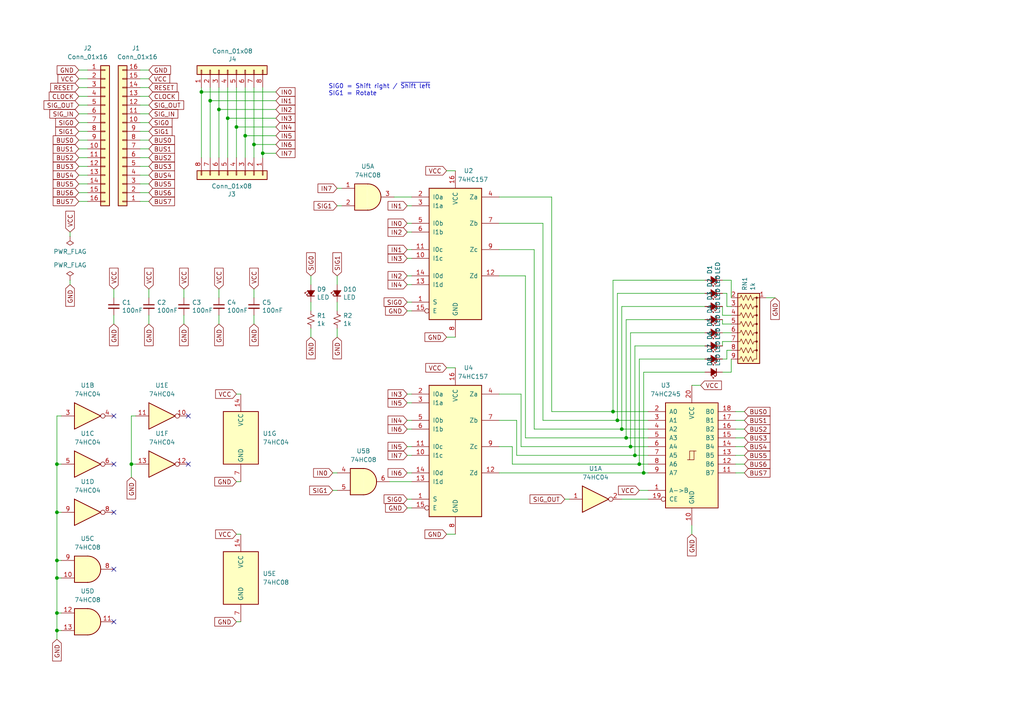
<source format=kicad_sch>
(kicad_sch (version 20230121) (generator eeschema)
  (paper "A4")
  (lib_symbols
    (symbol "74xx:74LS04"
      (property "Reference" "U" (at 0 1.27 0))
      (property "Value" "74LS04" (at 0 -1.27 0))
      (symbol "74LS04_1_0"
        (pin input line (at -7.62 0 0) (length 3.81) (name "~") (number "1"))
        (pin output inverted (at 7.62 0 180) (length 3.81) (name "~") (number "2"))
      )
      (symbol "74LS04_2_0"
        (pin input line (at -7.62 0 0) (length 3.81) (name "~") (number "3"))
        (pin output inverted (at 7.62 0 180) (length 3.81) (name "~") (number "4"))
      )
      (symbol "74LS04_3_0"
        (pin input line (at -7.62 0 0) (length 3.81) (name "~") (number "5"))
        (pin output inverted (at 7.62 0 180) (length 3.81) (name "~") (number "6"))
      )
      (symbol "74LS04_4_0"
        (pin output inverted (at 7.62 0 180) (length 3.81) (name "~") (number "8"))
        (pin input line (at -7.62 0 0) (length 3.81) (name "~") (number "9"))
      )
      (symbol "74LS04_5_0"
        (pin output inverted (at 7.62 0 180) (length 3.81) (name "~") (number "10"))
        (pin input line (at -7.62 0 0) (length 3.81) (name "~") (number "11"))
      )
      (symbol "74LS04_6_0"
        (pin output inverted (at 7.62 0 180) (length 3.81) (name "~") (number "12"))
        (pin input line (at -7.62 0 0) (length 3.81) (name "~") (number "13"))
      )
      (symbol "74LS04_7_0"
        (pin power_in line (at 0 12.7 270) (length 5.08) (name "VCC") (number "14"))
        (pin power_in line (at 0 -12.7 90) (length 5.08) (name "GND") (number "7"))
      )
    )
    (symbol "74xx:74LS08" (pin_names (offset 1.016))
      (property "Reference" "U" (at 0 1.27 0))
      (property "Value" "74LS08" (at 0 -1.27 0))
      (symbol "74LS08_1_1"
        (pin input line (at -7.62 2.54 0) (length 3.81) (name "~") (number "1"))
        (pin input line (at -7.62 -2.54 0) (length 3.81) (name "~") (number "2"))
        (pin output line (at 7.62 0 180) (length 3.81) (name "~") (number "3"))
      )
      (symbol "74LS08_1_2"
        (pin input inverted (at -7.62 2.54 0) (length 4.318) (name "~") (number "1"))
        (pin input inverted (at -7.62 -2.54 0) (length 4.318) (name "~") (number "2"))
        (pin output inverted (at 7.62 0 180) (length 3.81) (name "~") (number "3"))
      )
      (symbol "74LS08_2_1"
        (pin input line (at -7.62 2.54 0) (length 3.81) (name "~") (number "4"))
        (pin input line (at -7.62 -2.54 0) (length 3.81) (name "~") (number "5"))
        (pin output line (at 7.62 0 180) (length 3.81) (name "~") (number "6"))
      )
      (symbol "74LS08_2_2"
        (pin input inverted (at -7.62 2.54 0) (length 4.318) (name "~") (number "4"))
        (pin input inverted (at -7.62 -2.54 0) (length 4.318) (name "~") (number "5"))
        (pin output inverted (at 7.62 0 180) (length 3.81) (name "~") (number "6"))
      )
      (symbol "74LS08_3_1"
        (pin input line (at -7.62 -2.54 0) (length 3.81) (name "~") (number "10"))
        (pin output line (at 7.62 0 180) (length 3.81) (name "~") (number "8"))
        (pin input line (at -7.62 2.54 0) (length 3.81) (name "~") (number "9"))
      )
      (symbol "74LS08_3_2"
        (pin input inverted (at -7.62 -2.54 0) (length 4.318) (name "~") (number "10"))
        (pin output inverted (at 7.62 0 180) (length 3.81) (name "~") (number "8"))
        (pin input inverted (at -7.62 2.54 0) (length 4.318) (name "~") (number "9"))
      )
      (symbol "74LS08_4_1"
        (pin output line (at 7.62 0 180) (length 3.81) (name "~") (number "11"))
        (pin input line (at -7.62 2.54 0) (length 3.81) (name "~") (number "12"))
        (pin input line (at -7.62 -2.54 0) (length 3.81) (name "~") (number "13"))
      )
      (symbol "74LS08_4_2"
        (pin output inverted (at 7.62 0 180) (length 3.81) (name "~") (number "11"))
        (pin input inverted (at -7.62 2.54 0) (length 4.318) (name "~") (number "12"))
        (pin input inverted (at -7.62 -2.54 0) (length 4.318) (name "~") (number "13"))
      )
      (symbol "74LS08_5_0"
        (pin power_in line (at 0 12.7 270) (length 5.08) (name "VCC") (number "14"))
        (pin power_in line (at 0 -12.7 90) (length 5.08) (name "GND") (number "7"))
      )
    )
    (symbol "74xx:74LS157" (pin_names (offset 1.016))
      (property "Reference" "U" (at -7.62 19.05 0))
      (property "Value" "74LS157" (at -7.62 -21.59 0))
      (symbol "74LS157_1_0"
        (pin input line (at -12.7 -15.24 0) (length 5.08) (name "S") (number "1"))
        (pin input line (at -12.7 -2.54 0) (length 5.08) (name "I1c") (number "10"))
        (pin input line (at -12.7 0 0) (length 5.08) (name "I0c") (number "11"))
        (pin output line (at 12.7 -7.62 180) (length 5.08) (name "Zd") (number "12"))
        (pin input line (at -12.7 -10.16 0) (length 5.08) (name "I1d") (number "13"))
        (pin input line (at -12.7 -7.62 0) (length 5.08) (name "I0d") (number "14"))
        (pin input inverted (at -12.7 -17.78 0) (length 5.08) (name "E") (number "15"))
        (pin power_in line (at 0 22.86 270) (length 5.08) (name "VCC") (number "16"))
        (pin input line (at -12.7 15.24 0) (length 5.08) (name "I0a") (number "2"))
        (pin input line (at -12.7 12.7 0) (length 5.08) (name "I1a") (number "3"))
        (pin output line (at 12.7 15.24 180) (length 5.08) (name "Za") (number "4"))
        (pin input line (at -12.7 7.62 0) (length 5.08) (name "I0b") (number "5"))
        (pin input line (at -12.7 5.08 0) (length 5.08) (name "I1b") (number "6"))
        (pin output line (at 12.7 7.62 180) (length 5.08) (name "Zb") (number "7"))
        (pin power_in line (at 0 -25.4 90) (length 5.08) (name "GND") (number "8"))
        (pin output line (at 12.7 0 180) (length 5.08) (name "Zc") (number "9"))
      )
    )
    (symbol "74xx:74LS245" (pin_names (offset 1.016))
      (property "Reference" "U" (at -7.62 16.51 0))
      (property "Value" "74LS245" (at -7.62 -16.51 0))
      (symbol "74LS245_1_0"
        (pin input line (at -12.7 -10.16 0) (length 5.08) (name "A->B") (number "1"))
        (pin power_in line (at 0 -20.32 90) (length 5.08) (name "GND") (number "10"))
        (pin tri_state line (at 12.7 -5.08 180) (length 5.08) (name "B7") (number "11"))
        (pin tri_state line (at 12.7 -2.54 180) (length 5.08) (name "B6") (number "12"))
        (pin tri_state line (at 12.7 0 180) (length 5.08) (name "B5") (number "13"))
        (pin tri_state line (at 12.7 2.54 180) (length 5.08) (name "B4") (number "14"))
        (pin tri_state line (at 12.7 5.08 180) (length 5.08) (name "B3") (number "15"))
        (pin tri_state line (at 12.7 7.62 180) (length 5.08) (name "B2") (number "16"))
        (pin tri_state line (at 12.7 10.16 180) (length 5.08) (name "B1") (number "17"))
        (pin tri_state line (at 12.7 12.7 180) (length 5.08) (name "B0") (number "18"))
        (pin input inverted (at -12.7 -12.7 0) (length 5.08) (name "CE") (number "19"))
        (pin tri_state line (at -12.7 12.7 0) (length 5.08) (name "A0") (number "2"))
        (pin power_in line (at 0 20.32 270) (length 5.08) (name "VCC") (number "20"))
        (pin tri_state line (at -12.7 10.16 0) (length 5.08) (name "A1") (number "3"))
        (pin tri_state line (at -12.7 7.62 0) (length 5.08) (name "A2") (number "4"))
        (pin tri_state line (at -12.7 5.08 0) (length 5.08) (name "A3") (number "5"))
        (pin tri_state line (at -12.7 2.54 0) (length 5.08) (name "A4") (number "6"))
        (pin tri_state line (at -12.7 0 0) (length 5.08) (name "A5") (number "7"))
        (pin tri_state line (at -12.7 -2.54 0) (length 5.08) (name "A6") (number "8"))
        (pin tri_state line (at -12.7 -5.08 0) (length 5.08) (name "A7") (number "9"))
      )
    )
    (symbol "Connector_Generic:Conn_01x08" (pin_names (offset 1.016) hide)
      (property "Reference" "J" (at 0 10.16 0))
      (property "Value" "Conn_01x08" (at 0 -12.7 0))
      (symbol "Conn_01x08_1_1"
        (pin passive line (at -5.08 7.62 0) (length 3.81) (name "Pin_1") (number "1"))
        (pin passive line (at -5.08 5.08 0) (length 3.81) (name "Pin_2") (number "2"))
        (pin passive line (at -5.08 2.54 0) (length 3.81) (name "Pin_3") (number "3"))
        (pin passive line (at -5.08 0 0) (length 3.81) (name "Pin_4") (number "4"))
        (pin passive line (at -5.08 -2.54 0) (length 3.81) (name "Pin_5") (number "5"))
        (pin passive line (at -5.08 -5.08 0) (length 3.81) (name "Pin_6") (number "6"))
        (pin passive line (at -5.08 -7.62 0) (length 3.81) (name "Pin_7") (number "7"))
        (pin passive line (at -5.08 -10.16 0) (length 3.81) (name "Pin_8") (number "8"))
      )
    )
    (symbol "Connector_Generic:Conn_01x16" (pin_names (offset 1.016) hide)
      (property "Reference" "J" (at 0 20.32 0))
      (property "Value" "Conn_01x16" (at 0 -22.86 0))
      (symbol "Conn_01x16_1_1"
        (pin passive line (at -5.08 17.78 0) (length 3.81) (name "Pin_1") (number "1"))
        (pin passive line (at -5.08 -5.08 0) (length 3.81) (name "Pin_10") (number "10"))
        (pin passive line (at -5.08 -7.62 0) (length 3.81) (name "Pin_11") (number "11"))
        (pin passive line (at -5.08 -10.16 0) (length 3.81) (name "Pin_12") (number "12"))
        (pin passive line (at -5.08 -12.7 0) (length 3.81) (name "Pin_13") (number "13"))
        (pin passive line (at -5.08 -15.24 0) (length 3.81) (name "Pin_14") (number "14"))
        (pin passive line (at -5.08 -17.78 0) (length 3.81) (name "Pin_15") (number "15"))
        (pin passive line (at -5.08 -20.32 0) (length 3.81) (name "Pin_16") (number "16"))
        (pin passive line (at -5.08 15.24 0) (length 3.81) (name "Pin_2") (number "2"))
        (pin passive line (at -5.08 12.7 0) (length 3.81) (name "Pin_3") (number "3"))
        (pin passive line (at -5.08 10.16 0) (length 3.81) (name "Pin_4") (number "4"))
        (pin passive line (at -5.08 7.62 0) (length 3.81) (name "Pin_5") (number "5"))
        (pin passive line (at -5.08 5.08 0) (length 3.81) (name "Pin_6") (number "6"))
        (pin passive line (at -5.08 2.54 0) (length 3.81) (name "Pin_7") (number "7"))
        (pin passive line (at -5.08 0 0) (length 3.81) (name "Pin_8") (number "8"))
        (pin passive line (at -5.08 -2.54 0) (length 3.81) (name "Pin_9") (number "9"))
      )
    )
    (symbol "Device:C_Small" (pin_numbers hide) (pin_names (offset 0.254) hide)
      (property "Reference" "C" (at 0.254 1.778 0))
      (property "Value" "C_Small" (at 0.254 -2.032 0))
      (symbol "C_Small_1_1"
        (pin passive line (at 0 2.54 270) (length 2.032) (name "~") (number "1"))
        (pin passive line (at 0 -2.54 90) (length 2.032) (name "~") (number "2"))
      )
    )
    (symbol "Device:LED_Small_Filled" (pin_numbers hide) (pin_names (offset 0.254) hide)
      (property "Reference" "D" (at -1.27 3.175 0))
      (property "Value" "LED_Small_Filled" (at -4.445 -2.54 0))
      (symbol "LED_Small_Filled_1_1"
        (pin passive line (at -2.54 0 0) (length 1.778) (name "K") (number "1"))
        (pin passive line (at 2.54 0 180) (length 1.778) (name "A") (number "2"))
      )
    )
    (symbol "Device:R_Network08_US" (pin_names (offset 0) hide)
      (property "Reference" "RN" (at -12.7 0 90))
      (property "Value" "R_Network08_US" (at 10.16 0 90))
      (symbol "R_Network08_US_1_1"
        (pin passive line (at -10.16 5.08 270) (length 2.54) (name "common") (number "1"))
        (pin passive line (at -10.16 -5.08 90) (length 1.27) (name "R1") (number "2"))
        (pin passive line (at -7.62 -5.08 90) (length 1.27) (name "R2") (number "3"))
        (pin passive line (at -5.08 -5.08 90) (length 1.27) (name "R3") (number "4"))
        (pin passive line (at -2.54 -5.08 90) (length 1.27) (name "R4") (number "5"))
        (pin passive line (at 0 -5.08 90) (length 1.27) (name "R5") (number "6"))
        (pin passive line (at 2.54 -5.08 90) (length 1.27) (name "R6") (number "7"))
        (pin passive line (at 5.08 -5.08 90) (length 1.27) (name "R7") (number "8"))
        (pin passive line (at 7.62 -5.08 90) (length 1.27) (name "R8") (number "9"))
      )
    )
    (symbol "Device:R_Small_US" (pin_numbers hide) (pin_names (offset 0.254) hide)
      (property "Reference" "R" (at 0.762 0.508 0))
      (property "Value" "R_Small_US" (at 0.762 -1.016 0))
      (symbol "R_Small_US_1_1"
        (pin passive line (at 0 2.54 270) (length 1.016) (name "~") (number "1"))
        (pin passive line (at 0 -2.54 90) (length 1.016) (name "~") (number "2"))
      )
    )
    (symbol "power:PWR_FLAG" (power) (pin_numbers hide) (pin_names (offset 0) hide)
      (property "Value" "PWR_FLAG" (at 0 3.81 0))
      (symbol "PWR_FLAG_0_0"
        (pin power_out line (at 0 0 90) (length 0) (name "pwr") (number "1"))
      )
    )
  )
  (junction (at 16.51 162.56))
  (junction (at 66.04 34.29))
  (junction (at 186.69 137.16))
  (junction (at 60.96 29.21))
  (junction (at 73.66 41.91))
  (junction (at 184.15 132.08))
  (junction (at 16.51 148.59))
  (junction (at 180.34 124.46))
  (junction (at 71.12 39.37))
  (junction (at 16.51 182.88))
  (junction (at 63.5 31.75))
  (junction (at 16.51 134.62))
  (junction (at 181.61 127))
  (junction (at 16.51 167.64))
  (junction (at 179.07 121.92))
  (junction (at 16.51 177.8))
  (junction (at 38.1 134.62))
  (junction (at 68.58 36.83))
  (junction (at 58.42 26.67))
  (junction (at 76.2 44.45))
  (junction (at 177.8 119.38))
  (junction (at 182.88 129.54))
  (junction (at 185.42 134.62))
  (no_connect (at 33.02 165.1))
  (no_connect (at 33.02 134.62))
  (no_connect (at 54.61 120.65))
  (no_connect (at 33.02 180.34))
  (no_connect (at 33.02 148.59))
  (no_connect (at 54.61 134.62))
  (no_connect (at 33.02 120.65))
  (wire (pts (xy 43.18 48.26) (xy 40.64 48.26)))
  (wire (pts (xy 209.55 88.9) (xy 209.55 91.44)))
  (wire (pts (xy 210.82 88.9) (xy 212.09 88.9)))
  (wire (pts (xy 33.02 93.98) (xy 33.02 91.44)))
  (wire (pts (xy 20.32 68.58) (xy 20.32 67.31)))
  (wire (pts (xy 215.9 127) (xy 213.36 127)))
  (wire (pts (xy 63.5 31.75) (xy 63.5 45.72)))
  (wire (pts (xy 43.18 38.1) (xy 40.64 38.1)))
  (wire (pts (xy 58.42 26.67) (xy 58.42 25.4)))
  (wire (pts (xy 182.88 96.52) (xy 204.47 96.52)))
  (wire (pts (xy 22.86 30.48) (xy 25.4 30.48)))
  (wire (pts (xy 20.32 81.28) (xy 20.32 82.55)))
  (wire (pts (xy 160.02 119.38) (xy 177.8 119.38)))
  (wire (pts (xy 16.51 167.64) (xy 16.51 177.8)))
  (wire (pts (xy 97.79 80.01) (xy 97.79 82.55)))
  (wire (pts (xy 118.11 72.39) (xy 119.38 72.39)))
  (wire (pts (xy 63.5 25.4) (xy 63.5 31.75)))
  (wire (pts (xy 71.12 39.37) (xy 80.01 39.37)))
  (wire (pts (xy 76.2 25.4) (xy 76.2 44.45)))
  (wire (pts (xy 154.94 72.39) (xy 154.94 124.46)))
  (wire (pts (xy 151.13 129.54) (xy 182.88 129.54)))
  (wire (pts (xy 114.3 57.15) (xy 119.38 57.15)))
  (wire (pts (xy 73.66 25.4) (xy 73.66 41.91)))
  (wire (pts (xy 16.51 167.64) (xy 17.78 167.64)))
  (wire (pts (xy 186.69 107.95) (xy 186.69 137.16)))
  (wire (pts (xy 76.2 44.45) (xy 80.01 44.45)))
  (wire (pts (xy 43.18 27.94) (xy 40.64 27.94)))
  (wire (pts (xy 209.55 85.09) (xy 210.82 85.09)))
  (wire (pts (xy 118.11 82.55) (xy 119.38 82.55)))
  (wire (pts (xy 212.09 81.28) (xy 212.09 86.36)))
  (wire (pts (xy 118.11 114.3) (xy 119.38 114.3)))
  (wire (pts (xy 66.04 25.4) (xy 66.04 34.29)))
  (wire (pts (xy 180.34 88.9) (xy 180.34 124.46)))
  (wire (pts (xy 39.37 120.65) (xy 38.1 120.65)))
  (wire (pts (xy 71.12 39.37) (xy 71.12 45.72)))
  (wire (pts (xy 184.15 100.33) (xy 184.15 132.08)))
  (wire (pts (xy 60.96 25.4) (xy 60.96 29.21)))
  (wire (pts (xy 215.9 132.08) (xy 213.36 132.08)))
  (wire (pts (xy 90.17 80.01) (xy 90.17 82.55)))
  (wire (pts (xy 22.86 53.34) (xy 25.4 53.34)))
  (wire (pts (xy 209.55 96.52) (xy 212.09 96.52)))
  (wire (pts (xy 63.5 83.82) (xy 63.5 86.36)))
  (wire (pts (xy 97.79 54.61) (xy 99.06 54.61)))
  (wire (pts (xy 22.86 35.56) (xy 25.4 35.56)))
  (wire (pts (xy 43.18 30.48) (xy 40.64 30.48)))
  (wire (pts (xy 16.51 134.62) (xy 17.78 134.62)))
  (wire (pts (xy 73.66 93.98) (xy 73.66 91.44)))
  (wire (pts (xy 210.82 101.6) (xy 212.09 101.6)))
  (wire (pts (xy 68.58 36.83) (xy 68.58 45.72)))
  (wire (pts (xy 187.96 137.16) (xy 186.69 137.16)))
  (wire (pts (xy 180.34 144.78) (xy 187.96 144.78)))
  (wire (pts (xy 118.11 74.93) (xy 119.38 74.93)))
  (wire (pts (xy 97.79 59.69) (xy 99.06 59.69)))
  (wire (pts (xy 179.07 85.09) (xy 204.47 85.09)))
  (wire (pts (xy 187.96 132.08) (xy 184.15 132.08)))
  (wire (pts (xy 212.09 107.95) (xy 209.55 107.95)))
  (wire (pts (xy 68.58 180.34) (xy 69.85 180.34)))
  (wire (pts (xy 149.86 132.08) (xy 184.15 132.08)))
  (wire (pts (xy 43.18 43.18) (xy 40.64 43.18)))
  (wire (pts (xy 118.11 137.16) (xy 119.38 137.16)))
  (wire (pts (xy 68.58 36.83) (xy 80.01 36.83)))
  (wire (pts (xy 209.55 100.33) (xy 209.55 99.06)))
  (wire (pts (xy 180.34 124.46) (xy 187.96 124.46)))
  (wire (pts (xy 203.2 111.76) (xy 200.66 111.76)))
  (wire (pts (xy 163.83 144.78) (xy 165.1 144.78)))
  (wire (pts (xy 16.51 182.88) (xy 16.51 185.42)))
  (wire (pts (xy 215.9 121.92) (xy 213.36 121.92)))
  (wire (pts (xy 184.15 100.33) (xy 204.47 100.33)))
  (wire (pts (xy 185.42 104.14) (xy 185.42 134.62)))
  (wire (pts (xy 22.86 45.72) (xy 25.4 45.72)))
  (wire (pts (xy 16.51 177.8) (xy 17.78 177.8)))
  (wire (pts (xy 149.86 121.92) (xy 149.86 132.08)))
  (wire (pts (xy 160.02 57.15) (xy 144.78 57.15)))
  (wire (pts (xy 60.96 29.21) (xy 60.96 45.72)))
  (wire (pts (xy 63.5 31.75) (xy 80.01 31.75)))
  (wire (pts (xy 53.34 83.82) (xy 53.34 86.36)))
  (wire (pts (xy 38.1 120.65) (xy 38.1 134.62)))
  (wire (pts (xy 144.78 129.54) (xy 148.59 129.54)))
  (wire (pts (xy 200.66 154.94) (xy 200.66 152.4)))
  (wire (pts (xy 215.9 137.16) (xy 213.36 137.16)))
  (wire (pts (xy 151.13 114.3) (xy 144.78 114.3)))
  (wire (pts (xy 33.02 83.82) (xy 33.02 86.36)))
  (wire (pts (xy 204.47 107.95) (xy 186.69 107.95)))
  (wire (pts (xy 210.82 85.09) (xy 210.82 88.9)))
  (wire (pts (xy 43.18 53.34) (xy 40.64 53.34)))
  (wire (pts (xy 187.96 129.54) (xy 182.88 129.54)))
  (wire (pts (xy 16.51 162.56) (xy 17.78 162.56)))
  (wire (pts (xy 68.58 114.3) (xy 69.85 114.3)))
  (wire (pts (xy 181.61 92.71) (xy 181.61 127)))
  (wire (pts (xy 151.13 114.3) (xy 151.13 129.54)))
  (wire (pts (xy 43.18 25.4) (xy 40.64 25.4)))
  (wire (pts (xy 22.86 25.4) (xy 25.4 25.4)))
  (wire (pts (xy 144.78 137.16) (xy 186.69 137.16)))
  (wire (pts (xy 118.11 147.32) (xy 119.38 147.32)))
  (wire (pts (xy 73.66 83.82) (xy 73.66 86.36)))
  (wire (pts (xy 209.55 91.44) (xy 212.09 91.44)))
  (wire (pts (xy 22.86 20.32) (xy 25.4 20.32)))
  (wire (pts (xy 182.88 96.52) (xy 182.88 129.54)))
  (wire (pts (xy 68.58 154.94) (xy 69.85 154.94)))
  (wire (pts (xy 97.79 87.63) (xy 97.79 90.17)))
  (wire (pts (xy 73.66 41.91) (xy 80.01 41.91)))
  (wire (pts (xy 16.51 148.59) (xy 16.51 162.56)))
  (wire (pts (xy 68.58 25.4) (xy 68.58 36.83)))
  (wire (pts (xy 152.4 127) (xy 181.61 127)))
  (wire (pts (xy 76.2 45.72) (xy 76.2 44.45)))
  (wire (pts (xy 157.48 64.77) (xy 157.48 121.92)))
  (wire (pts (xy 118.11 90.17) (xy 119.38 90.17)))
  (wire (pts (xy 185.42 104.14) (xy 204.47 104.14)))
  (wire (pts (xy 16.51 177.8) (xy 16.51 182.88)))
  (wire (pts (xy 90.17 95.25) (xy 90.17 97.79)))
  (wire (pts (xy 43.18 45.72) (xy 40.64 45.72)))
  (wire (pts (xy 118.11 132.08) (xy 119.38 132.08)))
  (wire (pts (xy 17.78 120.65) (xy 16.51 120.65)))
  (wire (pts (xy 96.52 142.24) (xy 97.79 142.24)))
  (wire (pts (xy 38.1 134.62) (xy 38.1 138.43)))
  (wire (pts (xy 58.42 26.67) (xy 58.42 45.72)))
  (wire (pts (xy 66.04 34.29) (xy 80.01 34.29)))
  (wire (pts (xy 181.61 92.71) (xy 204.47 92.71)))
  (wire (pts (xy 179.07 85.09) (xy 179.07 121.92)))
  (wire (pts (xy 43.18 20.32) (xy 40.64 20.32)))
  (wire (pts (xy 68.58 139.7) (xy 69.85 139.7)))
  (wire (pts (xy 113.03 139.7) (xy 119.38 139.7)))
  (wire (pts (xy 118.11 80.01) (xy 119.38 80.01)))
  (wire (pts (xy 43.18 33.02) (xy 40.64 33.02)))
  (wire (pts (xy 16.51 148.59) (xy 17.78 148.59)))
  (wire (pts (xy 209.55 93.98) (xy 212.09 93.98)))
  (wire (pts (xy 22.86 50.8) (xy 25.4 50.8)))
  (wire (pts (xy 152.4 80.01) (xy 152.4 127)))
  (wire (pts (xy 177.8 81.28) (xy 204.47 81.28)))
  (wire (pts (xy 96.52 137.16) (xy 97.79 137.16)))
  (wire (pts (xy 43.18 55.88) (xy 40.64 55.88)))
  (wire (pts (xy 177.8 81.28) (xy 177.8 119.38)))
  (wire (pts (xy 185.42 142.24) (xy 187.96 142.24)))
  (wire (pts (xy 43.18 83.82) (xy 43.18 86.36)))
  (wire (pts (xy 22.86 48.26) (xy 25.4 48.26)))
  (wire (pts (xy 187.96 134.62) (xy 185.42 134.62)))
  (wire (pts (xy 187.96 121.92) (xy 179.07 121.92)))
  (wire (pts (xy 157.48 121.92) (xy 179.07 121.92)))
  (wire (pts (xy 118.11 67.31) (xy 119.38 67.31)))
  (wire (pts (xy 144.78 72.39) (xy 154.94 72.39)))
  (wire (pts (xy 154.94 124.46) (xy 180.34 124.46)))
  (wire (pts (xy 148.59 129.54) (xy 148.59 134.62)))
  (wire (pts (xy 181.61 127) (xy 187.96 127)))
  (wire (pts (xy 22.86 55.88) (xy 25.4 55.88)))
  (wire (pts (xy 144.78 121.92) (xy 149.86 121.92)))
  (wire (pts (xy 212.09 107.95) (xy 212.09 104.14)))
  (wire (pts (xy 118.11 116.84) (xy 119.38 116.84)))
  (wire (pts (xy 210.82 104.14) (xy 210.82 101.6)))
  (wire (pts (xy 148.59 134.62) (xy 185.42 134.62)))
  (wire (pts (xy 22.86 58.42) (xy 25.4 58.42)))
  (wire (pts (xy 97.79 95.25) (xy 97.79 97.79)))
  (wire (pts (xy 43.18 50.8) (xy 40.64 50.8)))
  (wire (pts (xy 43.18 58.42) (xy 40.64 58.42)))
  (wire (pts (xy 224.79 86.36) (xy 222.25 86.36)))
  (wire (pts (xy 22.86 33.02) (xy 25.4 33.02)))
  (wire (pts (xy 58.42 26.67) (xy 80.01 26.67)))
  (wire (pts (xy 118.11 124.46) (xy 119.38 124.46)))
  (wire (pts (xy 22.86 38.1) (xy 25.4 38.1)))
  (wire (pts (xy 43.18 93.98) (xy 43.18 91.44)))
  (wire (pts (xy 43.18 22.86) (xy 40.64 22.86)))
  (wire (pts (xy 90.17 90.17) (xy 90.17 87.63)))
  (wire (pts (xy 53.34 93.98) (xy 53.34 91.44)))
  (wire (pts (xy 38.1 134.62) (xy 39.37 134.62)))
  (wire (pts (xy 215.9 129.54) (xy 213.36 129.54)))
  (wire (pts (xy 177.8 119.38) (xy 187.96 119.38)))
  (wire (pts (xy 22.86 40.64) (xy 25.4 40.64)))
  (wire (pts (xy 210.82 104.14) (xy 209.55 104.14)))
  (wire (pts (xy 152.4 80.01) (xy 144.78 80.01)))
  (wire (pts (xy 160.02 57.15) (xy 160.02 119.38)))
  (wire (pts (xy 118.11 59.69) (xy 119.38 59.69)))
  (wire (pts (xy 209.55 93.98) (xy 209.55 92.71)))
  (wire (pts (xy 63.5 93.98) (xy 63.5 91.44)))
  (wire (pts (xy 16.51 162.56) (xy 16.51 167.64)))
  (wire (pts (xy 73.66 45.72) (xy 73.66 41.91)))
  (wire (pts (xy 180.34 88.9) (xy 204.47 88.9)))
  (wire (pts (xy 71.12 25.4) (xy 71.12 39.37)))
  (wire (pts (xy 118.11 64.77) (xy 119.38 64.77)))
  (wire (pts (xy 118.11 121.92) (xy 119.38 121.92)))
  (wire (pts (xy 209.55 81.28) (xy 212.09 81.28)))
  (wire (pts (xy 43.18 35.56) (xy 40.64 35.56)))
  (wire (pts (xy 66.04 34.29) (xy 66.04 45.72)))
  (wire (pts (xy 22.86 22.86) (xy 25.4 22.86)))
  (wire (pts (xy 215.9 119.38) (xy 213.36 119.38)))
  (wire (pts (xy 16.51 182.88) (xy 17.78 182.88)))
  (wire (pts (xy 209.55 99.06) (xy 212.09 99.06)))
  (wire (pts (xy 16.51 134.62) (xy 16.51 148.59)))
  (wire (pts (xy 215.9 134.62) (xy 213.36 134.62)))
  (wire (pts (xy 60.96 29.21) (xy 80.01 29.21)))
  (wire (pts (xy 129.54 154.94) (xy 132.08 154.94)))
  (wire (pts (xy 22.86 43.18) (xy 25.4 43.18)))
  (wire (pts (xy 144.78 64.77) (xy 157.48 64.77)))
  (wire (pts (xy 118.11 144.78) (xy 119.38 144.78)))
  (wire (pts (xy 215.9 124.46) (xy 213.36 124.46)))
  (wire (pts (xy 16.51 120.65) (xy 16.51 134.62)))
  (wire (pts (xy 129.54 97.79) (xy 132.08 97.79)))
  (wire (pts (xy 118.11 129.54) (xy 119.38 129.54)))
  (wire (pts (xy 129.54 106.68) (xy 132.08 106.68)))
  (wire (pts (xy 22.86 27.94) (xy 25.4 27.94)))
  (wire (pts (xy 129.54 49.53) (xy 132.08 49.53)))
  (wire (pts (xy 118.11 87.63) (xy 119.38 87.63)))
  (wire (pts (xy 43.18 40.64) (xy 40.64 40.64)))
  (text "SIG0 = Shift right / ~{Shift left}\nSIG1 = Rotate" (at 95.25 27.94 0) (effects (font (size 1.27 1.27)) (justify left bottom)))
  (global_label "GND" (shape input) (at 200.66 154.94 270) (property "Intersheetrefs" "${INTERSHEET_REFS}" (effects hide)))
  (global_label "SIG0" (shape input) (at 118.11 144.78 180) (property "Intersheetrefs" "${INTERSHEET_REFS}" (effects hide)))
  (global_label "BUS7" (shape input) (at 22.86 58.42 180) (property "Intersheetrefs" "${INTERSHEET_REFS}" (effects hide)))
  (global_label "SIG_OUT" (shape input) (at 163.83 144.78 180) (property "Intersheetrefs" "${INTERSHEET_REFS}" (effects hide)))
  (global_label "GND" (shape input) (at 43.18 20.32 0) (property "Intersheetrefs" "${INTERSHEET_REFS}" (effects hide)))
  (global_label "IN6" (shape input) (at 118.11 137.16 180) (property "Intersheetrefs" "${INTERSHEET_REFS}" (effects hide)))
  (global_label "BUS2" (shape input) (at 43.18 45.72 0) (property "Intersheetrefs" "${INTERSHEET_REFS}" (effects hide)))
  (global_label "SIG1" (shape input) (at 43.18 38.1 0) (property "Intersheetrefs" "${INTERSHEET_REFS}" (effects hide)))
  (global_label "GND" (shape input) (at 43.18 93.98 270) (property "Intersheetrefs" "${INTERSHEET_REFS}" (effects hide)))
  (global_label "RESET" (shape input) (at 22.86 25.4 180) (property "Intersheetrefs" "${INTERSHEET_REFS}" (effects hide)))
  (global_label "IN4" (shape input) (at 118.11 82.55 180) (property "Intersheetrefs" "${INTERSHEET_REFS}" (effects hide)))
  (global_label "BUS6" (shape input) (at 22.86 55.88 180) (property "Intersheetrefs" "${INTERSHEET_REFS}" (effects hide)))
  (global_label "IN3" (shape input) (at 118.11 114.3 180) (property "Intersheetrefs" "${INTERSHEET_REFS}" (effects hide)))
  (global_label "IN3" (shape input) (at 118.11 74.93 180) (property "Intersheetrefs" "${INTERSHEET_REFS}" (effects hide)))
  (global_label "IN4" (shape input) (at 118.11 121.92 180) (property "Intersheetrefs" "${INTERSHEET_REFS}" (effects hide)))
  (global_label "GND" (shape input) (at 63.5 93.98 270) (property "Intersheetrefs" "${INTERSHEET_REFS}" (effects hide)))
  (global_label "BUS1" (shape input) (at 215.9 121.92 0) (property "Intersheetrefs" "${INTERSHEET_REFS}" (effects hide)))
  (global_label "BUS6" (shape input) (at 43.18 55.88 0) (property "Intersheetrefs" "${INTERSHEET_REFS}" (effects hide)))
  (global_label "IN7" (shape input) (at 80.01 44.45 0) (property "Intersheetrefs" "${INTERSHEET_REFS}" (effects hide)))
  (global_label "VCC" (shape input) (at 22.86 22.86 180) (property "Intersheetrefs" "${INTERSHEET_REFS}" (effects hide)))
  (global_label "GND" (shape input) (at 224.79 86.36 270) (property "Intersheetrefs" "${INTERSHEET_REFS}" (effects hide)))
  (global_label "IN7" (shape input) (at 118.11 132.08 180) (property "Intersheetrefs" "${INTERSHEET_REFS}" (effects hide)))
  (global_label "BUS3" (shape input) (at 215.9 127 0) (property "Intersheetrefs" "${INTERSHEET_REFS}" (effects hide)))
  (global_label "GND" (shape input) (at 129.54 97.79 180) (property "Intersheetrefs" "${INTERSHEET_REFS}" (effects hide)))
  (global_label "IN3" (shape input) (at 80.01 34.29 0) (property "Intersheetrefs" "${INTERSHEET_REFS}" (effects hide)))
  (global_label "SIG1" (shape input) (at 22.86 38.1 180) (property "Intersheetrefs" "${INTERSHEET_REFS}" (effects hide)))
  (global_label "GND" (shape input) (at 129.54 154.94 180) (property "Intersheetrefs" "${INTERSHEET_REFS}" (effects hide)))
  (global_label "BUS3" (shape input) (at 22.86 48.26 180) (property "Intersheetrefs" "${INTERSHEET_REFS}" (effects hide)))
  (global_label "SIG_OUT" (shape input) (at 43.18 30.48 0) (property "Intersheetrefs" "${INTERSHEET_REFS}" (effects hide)))
  (global_label "IN0" (shape input) (at 96.52 137.16 180) (property "Intersheetrefs" "${INTERSHEET_REFS}" (effects hide)))
  (global_label "VCC" (shape input) (at 43.18 83.82 90) (property "Intersheetrefs" "${INTERSHEET_REFS}" (effects hide)))
  (global_label "GND" (shape input) (at 53.34 93.98 270) (property "Intersheetrefs" "${INTERSHEET_REFS}" (effects hide)))
  (global_label "BUS5" (shape input) (at 43.18 53.34 0) (property "Intersheetrefs" "${INTERSHEET_REFS}" (effects hide)))
  (global_label "BUS7" (shape input) (at 43.18 58.42 0) (property "Intersheetrefs" "${INTERSHEET_REFS}" (effects hide)))
  (global_label "VCC" (shape input) (at 63.5 83.82 90) (property "Intersheetrefs" "${INTERSHEET_REFS}" (effects hide)))
  (global_label "BUS3" (shape input) (at 43.18 48.26 0) (property "Intersheetrefs" "${INTERSHEET_REFS}" (effects hide)))
  (global_label "BUS0" (shape input) (at 22.86 40.64 180) (property "Intersheetrefs" "${INTERSHEET_REFS}" (effects hide)))
  (global_label "VCC" (shape input) (at 20.32 67.31 90) (property "Intersheetrefs" "${INTERSHEET_REFS}" (effects hide)))
  (global_label "GND" (shape input) (at 16.51 185.42 270) (property "Intersheetrefs" "${INTERSHEET_REFS}" (effects hide)))
  (global_label "IN1" (shape input) (at 118.11 72.39 180) (property "Intersheetrefs" "${INTERSHEET_REFS}" (effects hide)))
  (global_label "CLOCK" (shape input) (at 43.18 27.94 0) (property "Intersheetrefs" "${INTERSHEET_REFS}" (effects hide)))
  (global_label "SIG1" (shape input) (at 97.79 59.69 180) (property "Intersheetrefs" "${INTERSHEET_REFS}" (effects hide)))
  (global_label "IN2" (shape input) (at 118.11 80.01 180) (property "Intersheetrefs" "${INTERSHEET_REFS}" (effects hide)))
  (global_label "IN0" (shape input) (at 118.11 64.77 180) (property "Intersheetrefs" "${INTERSHEET_REFS}" (effects hide)))
  (global_label "BUS6" (shape input) (at 215.9 134.62 0) (property "Intersheetrefs" "${INTERSHEET_REFS}" (effects hide)))
  (global_label "IN1" (shape input) (at 118.11 59.69 180) (property "Intersheetrefs" "${INTERSHEET_REFS}" (effects hide)))
  (global_label "IN5" (shape input) (at 80.01 39.37 0) (property "Intersheetrefs" "${INTERSHEET_REFS}" (effects hide)))
  (global_label "VCC" (shape input) (at 68.58 154.94 180) (property "Intersheetrefs" "${INTERSHEET_REFS}" (effects hide)))
  (global_label "RESET" (shape input) (at 43.18 25.4 0) (property "Intersheetrefs" "${INTERSHEET_REFS}" (effects hide)))
  (global_label "IN1" (shape input) (at 80.01 29.21 0) (property "Intersheetrefs" "${INTERSHEET_REFS}" (effects hide)))
  (global_label "VCC" (shape input) (at 73.66 83.82 90) (property "Intersheetrefs" "${INTERSHEET_REFS}" (effects hide)))
  (global_label "BUS0" (shape input) (at 215.9 119.38 0) (property "Intersheetrefs" "${INTERSHEET_REFS}" (effects hide)))
  (global_label "VCC" (shape input) (at 43.18 22.86 0) (property "Intersheetrefs" "${INTERSHEET_REFS}" (effects hide)))
  (global_label "GND" (shape input) (at 118.11 90.17 180) (property "Intersheetrefs" "${INTERSHEET_REFS}" (effects hide)))
  (global_label "IN6" (shape input) (at 80.01 41.91 0) (property "Intersheetrefs" "${INTERSHEET_REFS}" (effects hide)))
  (global_label "BUS4" (shape input) (at 215.9 129.54 0) (property "Intersheetrefs" "${INTERSHEET_REFS}" (effects hide)))
  (global_label "IN2" (shape input) (at 80.01 31.75 0) (property "Intersheetrefs" "${INTERSHEET_REFS}" (effects hide)))
  (global_label "IN5" (shape input) (at 118.11 116.84 180) (property "Intersheetrefs" "${INTERSHEET_REFS}" (effects hide)))
  (global_label "BUS5" (shape input) (at 215.9 132.08 0) (property "Intersheetrefs" "${INTERSHEET_REFS}" (effects hide)))
  (global_label "GND" (shape input) (at 97.79 97.79 270) (property "Intersheetrefs" "${INTERSHEET_REFS}" (effects hide)))
  (global_label "BUS0" (shape input) (at 43.18 40.64 0) (property "Intersheetrefs" "${INTERSHEET_REFS}" (effects hide)))
  (global_label "IN7" (shape input) (at 97.79 54.61 180) (property "Intersheetrefs" "${INTERSHEET_REFS}" (effects hide)))
  (global_label "VCC" (shape input) (at 129.54 106.68 180) (property "Intersheetrefs" "${INTERSHEET_REFS}" (effects hide)))
  (global_label "IN6" (shape input) (at 118.11 124.46 180) (property "Intersheetrefs" "${INTERSHEET_REFS}" (effects hide)))
  (global_label "VCC" (shape input) (at 129.54 49.53 180) (property "Intersheetrefs" "${INTERSHEET_REFS}" (effects hide)))
  (global_label "GND" (shape input) (at 90.17 97.79 270) (property "Intersheetrefs" "${INTERSHEET_REFS}" (effects hide)))
  (global_label "GND" (shape input) (at 33.02 93.98 270) (property "Intersheetrefs" "${INTERSHEET_REFS}" (effects hide)))
  (global_label "BUS5" (shape input) (at 22.86 53.34 180) (property "Intersheetrefs" "${INTERSHEET_REFS}" (effects hide)))
  (global_label "GND" (shape input) (at 118.11 147.32 180) (property "Intersheetrefs" "${INTERSHEET_REFS}" (effects hide)))
  (global_label "IN5" (shape input) (at 118.11 129.54 180) (property "Intersheetrefs" "${INTERSHEET_REFS}" (effects hide)))
  (global_label "SIG0" (shape input) (at 90.17 80.01 90) (property "Intersheetrefs" "${INTERSHEET_REFS}" (effects hide)))
  (global_label "SIG1" (shape input) (at 96.52 142.24 180) (property "Intersheetrefs" "${INTERSHEET_REFS}" (effects hide)))
  (global_label "SIG_IN" (shape input) (at 22.86 33.02 180) (property "Intersheetrefs" "${INTERSHEET_REFS}" (effects hide)))
  (global_label "BUS1" (shape input) (at 43.18 43.18 0) (property "Intersheetrefs" "${INTERSHEET_REFS}" (effects hide)))
  (global_label "GND" (shape input) (at 38.1 138.43 270) (property "Intersheetrefs" "${INTERSHEET_REFS}" (effects hide)))
  (global_label "BUS4" (shape input) (at 22.86 50.8 180) (property "Intersheetrefs" "${INTERSHEET_REFS}" (effects hide)))
  (global_label "GND" (shape input) (at 22.86 20.32 180) (property "Intersheetrefs" "${INTERSHEET_REFS}" (effects hide)))
  (global_label "GND" (shape input) (at 73.66 93.98 270) (property "Intersheetrefs" "${INTERSHEET_REFS}" (effects hide)))
  (global_label "SIG0" (shape input) (at 43.18 35.56 0) (property "Intersheetrefs" "${INTERSHEET_REFS}" (effects hide)))
  (global_label "BUS1" (shape input) (at 22.86 43.18 180) (property "Intersheetrefs" "${INTERSHEET_REFS}" (effects hide)))
  (global_label "VCC" (shape input) (at 185.42 142.24 180) (property "Intersheetrefs" "${INTERSHEET_REFS}" (effects hide)))
  (global_label "CLOCK" (shape input) (at 22.86 27.94 180) (property "Intersheetrefs" "${INTERSHEET_REFS}" (effects hide)))
  (global_label "SIG_IN" (shape input) (at 43.18 33.02 0) (property "Intersheetrefs" "${INTERSHEET_REFS}" (effects hide)))
  (global_label "SIG1" (shape input) (at 97.79 80.01 90) (property "Intersheetrefs" "${INTERSHEET_REFS}" (effects hide)))
  (global_label "GND" (shape input) (at 20.32 82.55 270) (property "Intersheetrefs" "${INTERSHEET_REFS}" (effects hide)))
  (global_label "IN4" (shape input) (at 80.01 36.83 0) (property "Intersheetrefs" "${INTERSHEET_REFS}" (effects hide)))
  (global_label "SIG0" (shape input) (at 22.86 35.56 180) (property "Intersheetrefs" "${INTERSHEET_REFS}" (effects hide)))
  (global_label "SIG_OUT" (shape input) (at 22.86 30.48 180) (property "Intersheetrefs" "${INTERSHEET_REFS}" (effects hide)))
  (global_label "VCC" (shape input) (at 68.58 114.3 180) (property "Intersheetrefs" "${INTERSHEET_REFS}" (effects hide)))
  (global_label "IN0" (shape input) (at 80.01 26.67 0) (property "Intersheetrefs" "${INTERSHEET_REFS}" (effects hide)))
  (global_label "BUS4" (shape input) (at 43.18 50.8 0) (property "Intersheetrefs" "${INTERSHEET_REFS}" (effects hide)))
  (global_label "BUS2" (shape input) (at 215.9 124.46 0) (property "Intersheetrefs" "${INTERSHEET_REFS}" (effects hide)))
  (global_label "IN2" (shape input) (at 118.11 67.31 180) (property "Intersheetrefs" "${INTERSHEET_REFS}" (effects hide)))
  (global_label "GND" (shape input) (at 68.58 139.7 180) (property "Intersheetrefs" "${INTERSHEET_REFS}" (effects hide)))
  (global_label "VCC" (shape input) (at 203.2 111.76 0) (property "Intersheetrefs" "${INTERSHEET_REFS}" (effects hide)))
  (global_label "BUS2" (shape input) (at 22.86 45.72 180) (property "Intersheetrefs" "${INTERSHEET_REFS}" (effects hide)))
  (global_label "BUS7" (shape input) (at 215.9 137.16 0) (property "Intersheetrefs" "${INTERSHEET_REFS}" (effects hide)))
  (global_label "GND" (shape input) (at 68.58 180.34 180) (property "Intersheetrefs" "${INTERSHEET_REFS}" (effects hide)))
  (global_label "VCC" (shape input) (at 33.02 83.82 90) (property "Intersheetrefs" "${INTERSHEET_REFS}" (effects hide)))
  (global_label "VCC" (shape input) (at 53.34 83.82 90) (property "Intersheetrefs" "${INTERSHEET_REFS}" (effects hide)))
  (global_label "SIG0" (shape input) (at 118.11 87.63 180) (property "Intersheetrefs" "${INTERSHEET_REFS}" (effects hide)))
  (symbol (lib_id "74xx:74LS08") (at 69.85 167.64 0) (unit 5)
    (property "Reference" "U5" (at 76.2 166.37 0) (effects (justify left)))
    (property "Value" "74HC08" (at 76.2 168.91 0) (effects (justify left)))
    (property "Footprint" "Package_DIP:DIP-14_W7.62mm" (effects hide))
    (property "Datasheet" "http://www.ti.com/lit/gpn/sn74LS08" (effects hide))
  )
  (symbol (lib_id "Device:C_Small") (at 43.18 88.9 0) (unit 1)
    (property "Reference" "C2" (at 45.5168 87.7316 0) (effects (justify left)))
    (property "Value" "100nF" (at 45.5168 90.043 0) (effects (justify left)))
    (property "Footprint" "Capacitor_THT:C_Disc_D4.3mm_W1.9mm_P5.00mm" (effects hide))
  )
  (symbol (lib_id "Device:R_Small_US") (at 90.17 92.71 0) (unit 1)
    (property "Reference" "R1" (at 91.8972 91.5416 0) (effects (justify left)))
    (property "Value" "1k" (at 91.8972 93.853 0) (effects (justify left)))
    (property "Footprint" "Resistor_THT:R_Axial_DIN0207_L6.3mm_D2.5mm_P7.62mm_Horizontal" (effects hide))
  )
  (symbol (lib_id "Device:LED_Small_Filled") (at 207.01 92.71 180) (unit 1)
    (property "Reference" "D4" (at 205.8416 90.9828 90) (effects (justify right)))
    (property "Value" "LED" (at 208.153 90.9828 90) (effects (justify right)))
    (property "Footprint" "LED_THT:LED_D3.0mm_Clear" (effects hide))
  )
  (symbol (lib_id "Connector_Generic:Conn_01x16") (at 35.56 40.64 180) (unit 1)
    (property "Reference" "J1" (at 40.64 13.97 0) (effects (justify left)))
    (property "Value" "Conn_01x16" (at 45.72 16.51 0) (effects (justify left)))
    (property "Footprint" "Connector_PinHeader_2.54mm:PinHeader_1x16_P2.54mm_Horizontal" (effects hide))
  )
  (symbol (lib_id "Device:R_Small_US") (at 97.79 92.71 0) (unit 1)
    (property "Reference" "R2" (at 99.5172 91.5416 0) (effects (justify left)))
    (property "Value" "1k" (at 99.5172 93.853 0) (effects (justify left)))
    (property "Footprint" "Resistor_THT:R_Axial_DIN0207_L6.3mm_D2.5mm_P7.62mm_Horizontal" (effects hide))
  )
  (symbol (lib_id "Device:R_Network08_US") (at 217.17 96.52 270) (unit 1)
    (property "Reference" "RN1" (at 216.0016 84.328 0) (effects (justify right)))
    (property "Value" "1k" (at 218.313 84.328 0) (effects (justify right)))
    (property "Footprint" "Resistor_THT:R_Array_SIP9" (effects hide))
    (property "Datasheet" "http://www.vishay.com/docs/31509/csc.pdf" (effects hide))
  )
  (symbol (lib_id "74xx:74LS08") (at 106.68 57.15 0) (unit 1)
    (property "Reference" "U5" (at 106.6717 48.26 0))
    (property "Value" "74HC08" (at 106.6717 50.8 0))
    (property "Footprint" "Package_DIP:DIP-14_W7.62mm" (effects hide))
    (property "Datasheet" "http://www.ti.com/lit/gpn/sn74LS08" (effects hide))
  )
  (symbol (lib_id "74xx:74LS245") (at 200.66 132.08 0) (unit 1)
    (property "Reference" "U3" (at 193.04 111.76 0))
    (property "Value" "74HC245" (at 193.04 114.3 0))
    (property "Footprint" "Package_DIP:DIP-20_W7.62mm" (effects hide))
    (property "Datasheet" "http://www.ti.com/lit/gpn/sn74LS245" (effects hide))
  )
  (symbol (lib_id "Device:C_Small") (at 63.5 88.9 0) (unit 1)
    (property "Reference" "C4" (at 65.8368 87.7316 0) (effects (justify left)))
    (property "Value" "100nF" (at 65.8368 90.043 0) (effects (justify left)))
    (property "Footprint" "Capacitor_THT:C_Disc_D4.3mm_W1.9mm_P5.00mm" (effects hide))
  )
  (symbol (lib_id "74xx:74LS157") (at 132.08 72.39 0) (unit 1)
    (property "Reference" "U2" (at 135.89 49.53 0))
    (property "Value" "74HC157" (at 137.16 52.07 0))
    (property "Footprint" "Package_DIP:DIP-16_W7.62mm" (effects hide))
    (property "Datasheet" "http://www.ti.com/lit/gpn/sn74LS157" (effects hide))
  )
  (symbol (lib_id "74xx:74LS04") (at 25.4 120.65 0) (unit 2)
    (property "Reference" "U1" (at 25.4 111.76 0))
    (property "Value" "74HC04" (at 25.4 114.3 0))
    (property "Footprint" "Package_DIP:DIP-14_W7.62mm" (effects hide))
    (property "Datasheet" "http://www.ti.com/lit/gpn/sn74LS04" (effects hide))
  )
  (symbol (lib_id "Device:C_Small") (at 53.34 88.9 0) (unit 1)
    (property "Reference" "C3" (at 55.6768 87.7316 0) (effects (justify left)))
    (property "Value" "100nF" (at 55.6768 90.043 0) (effects (justify left)))
    (property "Footprint" "Capacitor_THT:C_Disc_D4.3mm_W1.9mm_P5.00mm" (effects hide))
  )
  (symbol (lib_id "Device:LED_Small_Filled") (at 207.01 100.33 180) (unit 1)
    (property "Reference" "D6" (at 205.8416 98.6028 90) (effects (justify right)))
    (property "Value" "LED" (at 208.153 98.6028 90) (effects (justify right)))
    (property "Footprint" "LED_THT:LED_D3.0mm_Clear" (effects hide))
  )
  (symbol (lib_id "74xx:74LS04") (at 25.4 148.59 0) (unit 4)
    (property "Reference" "U1" (at 25.4 139.7 0))
    (property "Value" "74HC04" (at 25.4 142.24 0))
    (property "Footprint" "Package_DIP:DIP-14_W7.62mm" (effects hide))
    (property "Datasheet" "http://www.ti.com/lit/gpn/sn74LS04" (effects hide))
  )
  (symbol (lib_id "Device:LED_Small_Filled") (at 207.01 81.28 180) (unit 1)
    (property "Reference" "D1" (at 205.8416 79.5528 90) (effects (justify right)))
    (property "Value" "LED" (at 208.153 79.5528 90) (effects (justify right)))
    (property "Footprint" "LED_THT:LED_D3.0mm_Clear" (effects hide))
  )
  (symbol (lib_id "Device:C_Small") (at 33.02 88.9 0) (unit 1)
    (property "Reference" "C1" (at 35.3568 87.7316 0) (effects (justify left)))
    (property "Value" "100nF" (at 35.3568 90.043 0) (effects (justify left)))
    (property "Footprint" "Capacitor_THT:C_Disc_D4.3mm_W1.9mm_P5.00mm" (effects hide))
  )
  (symbol (lib_id "74xx:74LS08") (at 25.4 165.1 0) (unit 3)
    (property "Reference" "U5" (at 25.3917 156.21 0))
    (property "Value" "74HC08" (at 25.3917 158.75 0))
    (property "Footprint" "Package_DIP:DIP-14_W7.62mm" (effects hide))
    (property "Datasheet" "http://www.ti.com/lit/gpn/sn74LS08" (effects hide))
  )
  (symbol (lib_id "Device:LED_Small_Filled") (at 97.79 85.09 90) (unit 1)
    (property "Reference" "D10" (at 99.5172 83.9216 90) (effects (justify right)))
    (property "Value" "LED" (at 99.5172 86.233 90) (effects (justify right)))
    (property "Footprint" "LED_THT:LED_D3.0mm_Clear" (effects hide))
  )
  (symbol (lib_id "Device:LED_Small_Filled") (at 207.01 107.95 180) (unit 1)
    (property "Reference" "D8" (at 205.8416 106.2228 90) (effects (justify right)))
    (property "Value" "LED" (at 208.153 106.2228 90) (effects (justify right)))
    (property "Footprint" "LED_THT:LED_D3.0mm_Clear" (effects hide))
  )
  (symbol (lib_id "power:PWR_FLAG") (at 20.32 68.58 180) (unit 1)
    (property "Reference" "#FLG01" (effects hide))
    (property "Value" "PWR_FLAG" (at 20.32 72.9742 0))
  )
  (symbol (lib_id "Connector_Generic:Conn_01x08") (at 68.58 50.8 270) (unit 1)
    (property "Reference" "J3" (at 67.2084 56.3118 90))
    (property "Value" "Conn_01x08" (at 67.2084 54.0004 90))
    (property "Footprint" "Connector_PinHeader_2.54mm:PinHeader_1x08_P2.54mm_Horizontal" (effects hide))
  )
  (symbol (lib_id "74xx:74LS08") (at 105.41 139.7 0) (unit 2)
    (property "Reference" "U5" (at 105.4017 130.81 0))
    (property "Value" "74HC08" (at 105.4017 133.35 0))
    (property "Footprint" "Package_DIP:DIP-14_W7.62mm" (effects hide))
    (property "Datasheet" "http://www.ti.com/lit/gpn/sn74LS08" (effects hide))
  )
  (symbol (lib_id "Device:LED_Small_Filled") (at 207.01 104.14 180) (unit 1)
    (property "Reference" "D7" (at 205.8416 102.4128 90) (effects (justify right)))
    (property "Value" "LED" (at 208.153 102.4128 90) (effects (justify right)))
    (property "Footprint" "LED_THT:LED_D3.0mm_Clear" (effects hide))
  )
  (symbol (lib_id "74xx:74LS04") (at 172.72 144.78 0) (unit 1)
    (property "Reference" "U1" (at 172.72 135.89 0))
    (property "Value" "74HC04" (at 172.72 138.43 0))
    (property "Footprint" "Package_DIP:DIP-14_W7.62mm" (effects hide))
    (property "Datasheet" "http://www.ti.com/lit/gpn/sn74LS04" (effects hide))
  )
  (symbol (lib_id "power:PWR_FLAG") (at 20.32 81.28 0) (unit 1)
    (property "Reference" "#FLG02" (effects hide))
    (property "Value" "PWR_FLAG" (at 20.32 76.8858 0))
  )
  (symbol (lib_id "Device:LED_Small_Filled") (at 207.01 85.09 180) (unit 1)
    (property "Reference" "D2" (at 205.8416 83.3628 90) (effects (justify right)))
    (property "Value" "LED" (at 208.153 83.3628 90) (effects (justify right)))
    (property "Footprint" "LED_THT:LED_D3.0mm_Clear" (effects hide))
  )
  (symbol (lib_id "74xx:74LS04") (at 25.4 134.62 0) (unit 3)
    (property "Reference" "U1" (at 25.4 125.73 0))
    (property "Value" "74HC04" (at 25.4 128.27 0))
    (property "Footprint" "Package_DIP:DIP-14_W7.62mm" (effects hide))
    (property "Datasheet" "http://www.ti.com/lit/gpn/sn74LS04" (effects hide))
  )
  (symbol (lib_id "74xx:74LS08") (at 25.4 180.34 0) (unit 4)
    (property "Reference" "U5" (at 25.3917 171.45 0))
    (property "Value" "74HC08" (at 25.3917 173.99 0))
    (property "Footprint" "Package_DIP:DIP-14_W7.62mm" (effects hide))
    (property "Datasheet" "http://www.ti.com/lit/gpn/sn74LS08" (effects hide))
  )
  (symbol (lib_id "74xx:74LS04") (at 46.99 120.65 0) (unit 5)
    (property "Reference" "U1" (at 46.99 111.76 0))
    (property "Value" "74HC04" (at 46.99 114.3 0))
    (property "Footprint" "Package_DIP:DIP-14_W7.62mm" (effects hide))
    (property "Datasheet" "http://www.ti.com/lit/gpn/sn74LS04" (effects hide))
  )
  (symbol (lib_id "Device:C_Small") (at 73.66 88.9 0) (unit 1)
    (property "Reference" "C5" (at 75.9968 87.7316 0) (effects (justify left)))
    (property "Value" "100nF" (at 75.9968 90.043 0) (effects (justify left)))
    (property "Footprint" "Capacitor_THT:C_Disc_D4.3mm_W1.9mm_P5.00mm" (effects hide))
  )
  (symbol (lib_id "74xx:74LS157") (at 132.08 129.54 0) (unit 1)
    (property "Reference" "U4" (at 135.89 106.68 0))
    (property "Value" "74HC157" (at 137.16 109.22 0))
    (property "Footprint" "Package_DIP:DIP-16_W7.62mm" (effects hide))
    (property "Datasheet" "http://www.ti.com/lit/gpn/sn74LS157" (effects hide))
  )
  (symbol (lib_id "Device:LED_Small_Filled") (at 207.01 88.9 180) (unit 1)
    (property "Reference" "D3" (at 205.8416 87.1728 90) (effects (justify right)))
    (property "Value" "LED" (at 208.153 87.1728 90) (effects (justify right)))
    (property "Footprint" "LED_THT:LED_D3.0mm_Clear" (effects hide))
  )
  (symbol (lib_id "74xx:74LS04") (at 69.85 127 0) (unit 7)
    (property "Reference" "U1" (at 76.2 125.73 0) (effects (justify left)))
    (property "Value" "74HC04" (at 76.2 128.27 0) (effects (justify left)))
    (property "Footprint" "Package_DIP:DIP-14_W7.62mm" (effects hide))
    (property "Datasheet" "http://www.ti.com/lit/gpn/sn74LS04" (effects hide))
  )
  (symbol (lib_id "Device:LED_Small_Filled") (at 90.17 85.09 90) (unit 1)
    (property "Reference" "D9" (at 91.8972 83.9216 90) (effects (justify right)))
    (property "Value" "LED" (at 91.8972 86.233 90) (effects (justify right)))
    (property "Footprint" "LED_THT:LED_D3.0mm_Clear" (effects hide))
  )
  (symbol (lib_id "74xx:74LS04") (at 46.99 134.62 0) (unit 6)
    (property "Reference" "U1" (at 46.99 125.73 0))
    (property "Value" "74HC04" (at 46.99 128.27 0))
    (property "Footprint" "Package_DIP:DIP-14_W7.62mm" (effects hide))
    (property "Datasheet" "http://www.ti.com/lit/gpn/sn74LS04" (effects hide))
  )
  (symbol (lib_id "Device:LED_Small_Filled") (at 207.01 96.52 180) (unit 1)
    (property "Reference" "D5" (at 205.8416 94.7928 90) (effects (justify right)))
    (property "Value" "LED" (at 208.153 94.7928 90) (effects (justify right)))
    (property "Footprint" "LED_THT:LED_D3.0mm_Clear" (effects hide))
  )
  (symbol (lib_id "Connector_Generic:Conn_01x16") (at 30.48 38.1 0) (unit 1)
    (property "Reference" "J2" (at 25.4 13.97 0))
    (property "Value" "Conn_01x16" (at 25.4 16.51 0))
    (property "Footprint" "Connector_PinHeader_2.54mm:PinHeader_1x16_P2.54mm_Horizontal" (effects hide))
  )
  (symbol (lib_id "Connector_Generic:Conn_01x08") (at 66.04 20.32 90) (unit 1)
    (property "Reference" "J4" (at 67.4116 17.145 90))
    (property "Value" "Conn_01x08" (at 67.4116 14.8336 90))
    (property "Footprint" "Connector_PinHeader_2.54mm:PinHeader_1x08_P2.54mm_Horizontal" (effects hide))
  )
)
</source>
